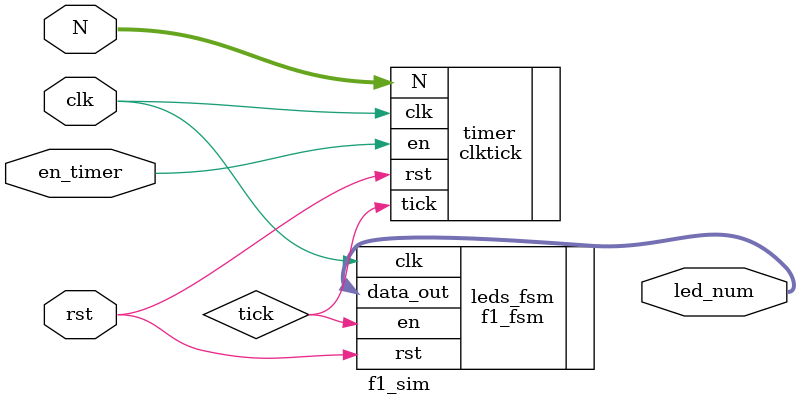
<source format=sv>
module f1_sim #(
    parameter WIDTH = 16
)(
    // interface signals
    input logic                clk,      // clock
    input logic                rst,      // reset
    input logic                en_timer,      
    input logic  [WIDTH-1:0]   N,       
    output logic [7:0]         led_num

);

logic tick;

clktick timer (     // instantiate counter module and name it Timer
    .clk  (clk),
    .rst  (rst),
    .en   (en_timer),
    .N    (N),
    .tick (tick)
);

f1_fsm leds_fsm(
    .clk  (clk),
    .rst  (rst),
    .en   (tick),
    .data_out (led_num)
);

endmodule


</source>
